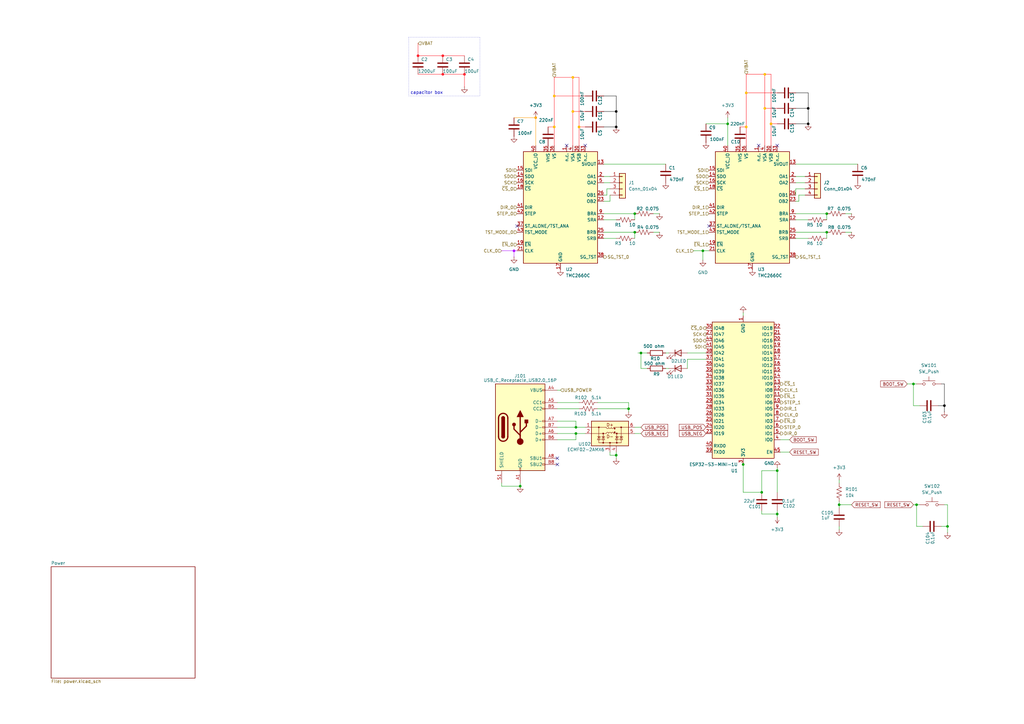
<source format=kicad_sch>
(kicad_sch (version 20231120) (generator "eeschema") (generator_version "8.0")
  (paper "A3")
  (lib_symbols
    (symbol "Connector:USB_C_Receptacle_USB2.0_16P" (pin_names (offset 1.016))
      (property "Reference" "J" (at 0 22.225 0))
      (property "Value" "USB_C_Receptacle_USB2.0_16P" (at 0 19.685 0))
      (symbol "USB_C_Receptacle_USB2.0_16P_1_1"
        (pin passive line (at 0 -22.86 90) (length 5.08) (name "GND") (number "A1"))
        (pin passive line (at 0 -22.86 90) (length 5.08) hide (name "GND") (number "A12"))
        (pin passive line (at 15.24 15.24 180) (length 5.08) (name "VBUS") (number "A4"))
        (pin bidirectional line (at 15.24 10.16 180) (length 5.08) (name "CC1") (number "A5"))
        (pin bidirectional line (at 15.24 -2.54 180) (length 5.08) (name "D+") (number "A6"))
        (pin bidirectional line (at 15.24 2.54 180) (length 5.08) (name "D-") (number "A7"))
        (pin bidirectional line (at 15.24 -12.7 180) (length 5.08) (name "SBU1") (number "A8"))
        (pin passive line (at 15.24 15.24 180) (length 5.08) hide (name "VBUS") (number "A9"))
        (pin passive line (at 0 -22.86 90) (length 5.08) hide (name "GND") (number "B1"))
        (pin passive line (at 0 -22.86 90) (length 5.08) hide (name "GND") (number "B12"))
        (pin passive line (at 15.24 15.24 180) (length 5.08) hide (name "VBUS") (number "B4"))
        (pin bidirectional line (at 15.24 7.62 180) (length 5.08) (name "CC2") (number "B5"))
        (pin bidirectional line (at 15.24 -5.08 180) (length 5.08) (name "D+") (number "B6"))
        (pin bidirectional line (at 15.24 0 180) (length 5.08) (name "D-") (number "B7"))
        (pin bidirectional line (at 15.24 -15.24 180) (length 5.08) (name "SBU2") (number "B8"))
        (pin passive line (at 15.24 15.24 180) (length 5.08) hide (name "VBUS") (number "B9"))
        (pin passive line (at -7.62 -22.86 90) (length 5.08) (name "SHIELD") (number "S1"))
      )
    )
    (symbol "Connector_Generic:Conn_01x04" (pin_names (offset 1.016) hide)
      (property "Reference" "J" (at 0 5.08 0))
      (property "Value" "Conn_01x04" (at 0 -7.62 0))
      (symbol "Conn_01x04_1_1"
        (pin passive line (at -5.08 2.54 0) (length 3.81) (name "Pin_1") (number "1"))
        (pin passive line (at -5.08 0 0) (length 3.81) (name "Pin_2") (number "2"))
        (pin passive line (at -5.08 -2.54 0) (length 3.81) (name "Pin_3") (number "3"))
        (pin passive line (at -5.08 -5.08 0) (length 3.81) (name "Pin_4") (number "4"))
      )
    )
    (symbol "Device:C" (pin_numbers hide) (pin_names (offset 0.254))
      (property "Reference" "C" (at 0.635 2.54 0))
      (property "Value" "C" (at 0.635 -2.54 0))
      (symbol "C_1_1"
        (pin passive line (at 0 3.81 270) (length 2.794) (name "~") (number "1"))
        (pin passive line (at 0 -3.81 90) (length 2.794) (name "~") (number "2"))
      )
    )
    (symbol "Device:LED" (pin_numbers hide) (pin_names (offset 1.016) hide)
      (property "Reference" "D" (at 0 2.54 0))
      (property "Value" "LED" (at 0 -2.54 0))
      (symbol "LED_1_1"
        (pin passive line (at -3.81 0 0) (length 2.54) (name "K") (number "1"))
        (pin passive line (at 3.81 0 180) (length 2.54) (name "A") (number "2"))
      )
    )
    (symbol "Device:R" (pin_numbers hide) (pin_names (offset 0))
      (property "Reference" "R" (at 2.032 0 90))
      (property "Value" "R" (at 0 0 90))
      (symbol "R_1_1"
        (pin passive line (at 0 3.81 270) (length 1.27) (name "~") (number "1"))
        (pin passive line (at 0 -3.81 90) (length 1.27) (name "~") (number "2"))
      )
    )
    (symbol "Device:R_US" (pin_numbers hide) (pin_names (offset 0))
      (property "Reference" "R" (at 2.54 0 90))
      (property "Value" "R_US" (at -2.54 0 90))
      (symbol "R_US_1_1"
        (pin passive line (at 0 3.81 270) (length 1.27) (name "~") (number "1"))
        (pin passive line (at 0 -3.81 90) (length 1.27) (name "~") (number "2"))
      )
    )
    (symbol "Driver_Motor:TMC2660"
      (property "Reference" "U" (at 15.24 27.94 0))
      (property "Value" "TMC2660" (at 22.86 25.4 0))
      (symbol "TMC2660_1_1"
        (pin free line (at 2.54 25.4 270) (length 2.54) (name "n.c.") (number "1"))
        (pin passive line (at 17.78 10.16 180) (length 2.54) hide (name "OA2") (number "10"))
        (pin passive line (at 17.78 10.16 180) (length 2.54) hide (name "OA2") (number "11"))
        (pin input line (at 17.78 -5.08 180) (length 2.54) (name "SRA") (number "12"))
        (pin power_out line (at 17.78 17.78 180) (length 2.54) (name "5VOUT") (number "13"))
        (pin passive line (at -17.78 12.7 0) (length 2.54) (name "SDO") (number "14"))
        (pin input line (at -17.78 15.24 0) (length 2.54) (name "SDI") (number "15"))
        (pin input line (at -17.78 10.16 0) (length 2.54) (name "SCK") (number "16"))
        (pin power_in line (at 0 -25.4 90) (length 2.54) (name "GND") (number "17"))
        (pin input line (at -17.78 7.62 0) (length 2.54) (name "~{CS}") (number "18"))
        (pin input line (at -17.78 -15.24 0) (length 2.54) (name "~{EN}") (number "19"))
        (pin power_out line (at 17.78 12.7 180) (length 2.54) (name "OA1") (number "2"))
        (pin no_connect line (at 2.54 -22.86 90) (length 2.54) hide (name "n.c.") (number "20"))
        (pin input line (at -17.78 -17.78 0) (length 2.54) (name "CLK") (number "21"))
        (pin input line (at 17.78 -12.7 180) (length 2.54) (name "SRB") (number "22"))
        (pin power_out line (at 17.78 2.54 180) (length 2.54) (name "OB2") (number "23"))
        (pin passive line (at 17.78 2.54 180) (length 2.54) hide (name "OB2") (number "24"))
        (pin input line (at 17.78 -10.16 180) (length 2.54) (name "BRB") (number "25"))
        (pin power_out line (at 17.78 5.08 180) (length 2.54) (name "OB1") (number "26"))
        (pin passive line (at 17.78 5.08 180) (length 2.54) hide (name "OB1") (number "27"))
        (pin passive line (at 17.78 2.54 180) (length 2.54) hide (name "OB2") (number "28"))
        (pin passive line (at 17.78 2.54 180) (length 2.54) hide (name "OB2") (number "29"))
        (pin passive line (at 17.78 12.7 180) (length 2.54) hide (name "OA1") (number "3"))
        (pin power_in line (at 7.62 25.4 270) (length 2.54) (name "VSB") (number "30"))
        (pin passive line (at 17.78 5.08 180) (length 2.54) hide (name "OB1") (number "31"))
        (pin passive line (at 17.78 5.08 180) (length 2.54) hide (name "OB1") (number "32"))
        (pin free line (at 10.16 25.4 270) (length 2.54) (name "n.c.") (number "33"))
        (pin no_connect line (at 5.08 -22.86 90) (length 2.54) hide (name "n.c.") (number "34"))
        (pin power_in line (at -5.08 25.4 270) (length 2.54) (name "VHS") (number "35"))
        (pin power_in line (at -2.54 25.4 270) (length 2.54) (name "VS") (number "36"))
        (pin input line (at -17.78 -7.62 0) (length 2.54) (name "ST_ALONE/TST_ANA") (number "37"))
        (pin output line (at 17.78 -20.32 180) (length 2.54) (name "SG_TST") (number "38"))
        (pin passive line (at 0 -25.4 90) (length 2.54) hide (name "GND") (number "39"))
        (pin power_in line (at 5.08 25.4 270) (length 2.54) (name "VSA") (number "4"))
        (pin power_in line (at -10.16 25.4 270) (length 2.54) (name "VCC_IO") (number "40"))
        (pin input line (at -17.78 0 0) (length 2.54) (name "DIR") (number "41"))
        (pin input line (at -17.78 -2.54 0) (length 2.54) (name "STEP") (number "42"))
        (pin input line (at -17.78 -10.16 0) (length 2.54) (name "TST_MODE") (number "43"))
        (pin passive line (at 0 -25.4 90) (length 2.54) hide (name "GND") (number "44"))
        (pin power_out line (at 17.78 10.16 180) (length 2.54) (name "OA2") (number "5"))
        (pin passive line (at 17.78 10.16 180) (length 2.54) hide (name "OA2") (number "6"))
        (pin passive line (at 17.78 12.7 180) (length 2.54) hide (name "OA1") (number "7"))
        (pin passive line (at 17.78 12.7 180) (length 2.54) hide (name "OA1") (number "8"))
        (pin input line (at 17.78 -2.54 180) (length 2.54) (name "BRA") (number "9"))
      )
    )
    (symbol "Power_Protection:ECMF02-2AMX6" (pin_names (offset 0.0254) hide)
      (property "Reference" "U" (at 0 10.16 0))
      (property "Value" "ECMF02-2AMX6" (at 0 7.62 0))
      (symbol "ECMF02-2AMX6_0_1"
        (text "D+" (at 0 3.556 0) (effects (font (size 1.27 1.27))))
        (text "D-" (at 0 -1.27 0) (effects (font (size 1.27 1.27))))
      )
      (symbol "ECMF02-2AMX6_1_1"
        (pin passive line (at -10.16 2.54 0) (length 2.54) (name "D+_in") (number "1"))
        (pin passive line (at -10.16 0 0) (length 2.54) (name "D-_in") (number "2"))
        (pin power_in line (at 0 -7.62 90) (length 2.54) (name "GND") (number "3"))
        (pin free line (at 2.54 -7.62 90) (length 2.54) (name "NC") (number "4"))
        (pin passive line (at 10.16 0 180) (length 2.54) (name "D-_out") (number "5"))
        (pin passive line (at 10.16 2.54 180) (length 2.54) (name "D+_out") (number "6"))
      )
    )
    (symbol "RF_Module:ESP32-S3-MINI-1U"
      (property "Reference" "U" (at -11.43 29.21 0))
      (property "Value" "ESP32-S3-MINI-1U" (at 12.7 29.21 0))
      (symbol "ESP32-S3-MINI-1U_1_1"
        (pin power_in line (at 0 -30.48 90) (length 2.54) (name "GND") (number "1"))
        (pin bidirectional line (at -15.24 5.08 0) (length 2.54) (name "IO6") (number "10"))
        (pin bidirectional line (at -15.24 2.54 0) (length 2.54) (name "IO7") (number "11"))
        (pin bidirectional line (at -15.24 0 0) (length 2.54) (name "IO8") (number "12"))
        (pin bidirectional line (at -15.24 -2.54 0) (length 2.54) (name "IO9") (number "13"))
        (pin bidirectional line (at -15.24 -5.08 0) (length 2.54) (name "IO10") (number "14"))
        (pin bidirectional line (at -15.24 -7.62 0) (length 2.54) (name "IO11") (number "15"))
        (pin bidirectional line (at -15.24 -10.16 0) (length 2.54) (name "IO12") (number "16"))
        (pin bidirectional line (at -15.24 -12.7 0) (length 2.54) (name "IO13") (number "17"))
        (pin bidirectional line (at -15.24 -15.24 0) (length 2.54) (name "IO14") (number "18"))
        (pin bidirectional line (at -15.24 -17.78 0) (length 2.54) (name "IO15") (number "19"))
        (pin passive line (at 0 -30.48 90) (length 2.54) hide (name "GND") (number "2"))
        (pin bidirectional line (at -15.24 -20.32 0) (length 2.54) (name "IO16") (number "20"))
        (pin bidirectional line (at -15.24 -22.86 0) (length 2.54) (name "IO17") (number "21"))
        (pin bidirectional line (at -15.24 -25.4 0) (length 2.54) (name "IO18") (number "22"))
        (pin bidirectional line (at 15.24 17.78 180) (length 2.54) (name "IO19") (number "23"))
        (pin bidirectional line (at 15.24 15.24 180) (length 2.54) (name "IO20") (number "24"))
        (pin bidirectional line (at 15.24 12.7 180) (length 2.54) (name "IO21") (number "25"))
        (pin bidirectional line (at 15.24 10.16 180) (length 2.54) (name "IO26") (number "26"))
        (pin bidirectional line (at 15.24 -22.86 180) (length 2.54) (name "IO47") (number "27"))
        (pin bidirectional line (at 15.24 7.62 180) (length 2.54) (name "IO33") (number "28"))
        (pin bidirectional line (at 15.24 5.08 180) (length 2.54) (name "IO34") (number "29"))
        (pin power_in line (at 0 30.48 270) (length 2.54) (name "3V3") (number "3"))
        (pin bidirectional line (at 15.24 -25.4 180) (length 2.54) (name "IO48") (number "30"))
        (pin bidirectional line (at 15.24 2.54 180) (length 2.54) (name "IO35") (number "31"))
        (pin bidirectional line (at 15.24 0 180) (length 2.54) (name "IO36") (number "32"))
        (pin bidirectional line (at 15.24 -2.54 180) (length 2.54) (name "IO37") (number "33"))
        (pin bidirectional line (at 15.24 -5.08 180) (length 2.54) (name "IO38") (number "34"))
        (pin bidirectional line (at 15.24 -7.62 180) (length 2.54) (name "IO39") (number "35"))
        (pin bidirectional line (at 15.24 -10.16 180) (length 2.54) (name "IO40") (number "36"))
        (pin bidirectional line (at 15.24 -12.7 180) (length 2.54) (name "IO41") (number "37"))
        (pin bidirectional line (at 15.24 -15.24 180) (length 2.54) (name "IO42") (number "38"))
        (pin bidirectional line (at 15.24 25.4 180) (length 2.54) (name "TXD0") (number "39"))
        (pin bidirectional line (at -15.24 20.32 0) (length 2.54) (name "IO0") (number "4"))
        (pin bidirectional line (at 15.24 22.86 180) (length 2.54) (name "RXD0") (number "40"))
        (pin bidirectional line (at 15.24 -17.78 180) (length 2.54) (name "IO45") (number "41"))
        (pin passive line (at 0 -30.48 90) (length 2.54) hide (name "GND") (number "42"))
        (pin passive line (at 0 -30.48 90) (length 2.54) hide (name "GND") (number "43"))
        (pin bidirectional line (at 15.24 -20.32 180) (length 2.54) (name "IO46") (number "44"))
        (pin input line (at -15.24 25.4 0) (length 2.54) (name "EN") (number "45"))
        (pin passive line (at 0 -30.48 90) (length 2.54) hide (name "GND") (number "46"))
        (pin passive line (at 0 -30.48 90) (length 2.54) hide (name "GND") (number "47"))
        (pin passive line (at 0 -30.48 90) (length 2.54) hide (name "GND") (number "48"))
        (pin passive line (at 0 -30.48 90) (length 2.54) hide (name "GND") (number "49"))
        (pin bidirectional line (at -15.24 17.78 0) (length 2.54) (name "IO1") (number "5"))
        (pin passive line (at 0 -30.48 90) (length 2.54) hide (name "GND") (number "50"))
        (pin passive line (at 0 -30.48 90) (length 2.54) hide (name "GND") (number "51"))
        (pin passive line (at 0 -30.48 90) (length 2.54) hide (name "GND") (number "52"))
        (pin passive line (at 0 -30.48 90) (length 2.54) hide (name "GND") (number "53"))
        (pin passive line (at 0 -30.48 90) (length 2.54) hide (name "GND") (number "54"))
        (pin passive line (at 0 -30.48 90) (length 2.54) hide (name "GND") (number "55"))
        (pin passive line (at 0 -30.48 90) (length 2.54) hide (name "GND") (number "56"))
        (pin passive line (at 0 -30.48 90) (length 2.54) hide (name "GND") (number "57"))
        (pin passive line (at 0 -30.48 90) (length 2.54) hide (name "GND") (number "58"))
        (pin passive line (at 0 -30.48 90) (length 2.54) hide (name "GND") (number "59"))
        (pin bidirectional line (at -15.24 15.24 0) (length 2.54) (name "IO2") (number "6"))
        (pin passive line (at 0 -30.48 90) (length 2.54) hide (name "GND") (number "60"))
        (pin passive line (at 0 -30.48 90) (length 2.54) hide (name "GND") (number "61"))
        (pin passive line (at 0 -30.48 90) (length 2.54) hide (name "GND") (number "62"))
        (pin passive line (at 0 -30.48 90) (length 2.54) hide (name "GND") (number "63"))
        (pin passive line (at 0 -30.48 90) (length 2.54) hide (name "GND") (number "64"))
        (pin passive line (at 0 -30.48 90) (length 2.54) hide (name "GND") (number "65"))
        (pin bidirectional line (at -15.24 12.7 0) (length 2.54) (name "IO3") (number "7"))
        (pin bidirectional line (at -15.24 10.16 0) (length 2.54) (name "IO4") (number "8"))
        (pin bidirectional line (at -15.24 7.62 0) (length 2.54) (name "IO5") (number "9"))
      )
    )
    (symbol "Switch:SW_Push" (pin_numbers hide) (pin_names (offset 1.016) hide)
      (property "Reference" "SW" (at 1.27 2.54 0))
      (property "Value" "SW_Push" (at 0 -1.524 0))
      (symbol "SW_Push_0_1"
        (pin passive line (at -5.08 0 0) (length 2.54) (name "1") (number "1"))
        (pin passive line (at 5.08 0 180) (length 2.54) (name "2") (number "2"))
      )
    )
    (symbol "power:+3V3" (power) (pin_numbers hide) (pin_names (offset 0) hide)
      (property "Value" "+3V3" (at 0 3.556 0))
      (symbol "+3V3_1_1"
        (pin power_in line (at 0 0 90) (length 0) (name "~") (number "1"))
      )
    )
    (symbol "power:GND" (power) (pin_numbers hide) (pin_names (offset 0) hide)
      (property "Value" "GND" (at 0 -3.81 0))
      (symbol "GND_1_1"
        (pin power_in line (at 0 0 270) (length 0) (name "~") (number "1"))
      )
    )
  )
  (junction (at 344.17 207.01))
  (junction (at 331.47 50.8) (color 0 0 0 1))
  (junction (at 374.65 157.48))
  (junction (at 181.61 30.48) (color 255 19 30 1))
  (junction (at 213.36 199.39))
  (junction (at 234.95 31.75) (color 255 181 0 1))
  (junction (at 227.33 52.07) (color 255 181 0 1))
  (junction (at 331.47 44.45) (color 0 0 0 1))
  (junction (at 219.71 48.26) (color 255 154 0 1))
  (junction (at 304.8 190.5))
  (junction (at 312.42 201.93))
  (junction (at 227.33 39.37) (color 255 181 0 1))
  (junction (at 190.5 30.48) (color 255 19 30 1))
  (junction (at 313.69 30.48) (color 255 181 0 1))
  (junction (at 171.45 22.86) (color 255 19 30 1))
  (junction (at 375.92 207.01))
  (junction (at 339.09 95.25))
  (junction (at 306.07 52.07) (color 255 181 0 1))
  (junction (at 318.77 193.04))
  (junction (at 236.22 175.26))
  (junction (at 260.35 87.63))
  (junction (at 298.45 50.8))
  (junction (at 252.73 186.69))
  (junction (at 318.77 210.82))
  (junction (at 262.89 144.78))
  (junction (at 257.81 167.64))
  (junction (at 339.09 87.63))
  (junction (at 237.49 52.07) (color 255 181 0 1))
  (junction (at 288.29 102.87))
  (junction (at 260.35 95.25))
  (junction (at 316.23 50.8) (color 255 181 0 1))
  (junction (at 313.69 44.45) (color 255 181 0 1))
  (junction (at 234.95 45.72) (color 255 181 0 1))
  (junction (at 306.07 38.1) (color 255 181 0 1))
  (junction (at 388.62 215.9))
  (junction (at 252.73 52.07) (color 0 0 0 1))
  (junction (at 387.35 166.37) (color 0 0 0 1))
  (junction (at 181.61 22.86) (color 255 19 30 1))
  (junction (at 252.73 45.72) (color 0 0 0 1))
  (junction (at 210.82 102.87) (color 168 7 255 1))
  (junction (at 236.22 177.8))
  (no_connect (at 212.09 92.71))
  (no_connect (at 228.6 187.96))
  (no_connect (at 311.15 59.69))
  (no_connect (at 318.77 59.69))
  (no_connect (at 240.03 59.69))
  (no_connect (at 290.83 92.71))
  (no_connect (at 232.41 59.69))
  (no_connect (at 228.6 190.5))
  (wire (pts (xy 388.62 207.01) (xy 388.62 215.9)))
  (wire (pts (xy 237.49 31.75) (xy 237.49 52.07)) (stroke (width 0) (color 255 19 30 1)))
  (wire (pts (xy 331.47 44.45) (xy 326.39 44.45)) (stroke (width 0) (color 0 0 0 1)))
  (wire (pts (xy 323.85 185.42) (xy 320.04 185.42)))
  (wire (pts (xy 252.73 39.37) (xy 252.73 45.72)) (stroke (width 0) (color 0 0 0 1)))
  (wire (pts (xy 250.19 186.69) (xy 252.73 186.69)))
  (wire (pts (xy 240.03 52.07) (xy 237.49 52.07)) (stroke (width 0) (color 255 19 30 1)))
  (wire (pts (xy 339.09 87.63) (xy 339.09 90.17)))
  (wire (pts (xy 247.65 97.79) (xy 252.73 97.79)))
  (wire (pts (xy 326.39 82.55) (xy 327.66 82.55)))
  (wire (pts (xy 210.82 102.87) (xy 210.82 105.41)) (stroke (width 0) (color 168 7 255 1)))
  (wire (pts (xy 171.45 30.48) (xy 181.61 30.48)) (stroke (width 0) (color 255 19 30 1)))
  (wire (pts (xy 213.36 198.12) (xy 213.36 199.39)))
  (wire (pts (xy 327.66 80.01) (xy 330.2 80.01)))
  (wire (pts (xy 228.6 172.72) (xy 236.22 172.72)))
  (wire (pts (xy 265.43 151.13) (xy 262.89 151.13)))
  (wire (pts (xy 323.85 180.34) (xy 320.04 180.34)))
  (wire (pts (xy 247.65 74.93) (xy 250.19 74.93)))
  (wire (pts (xy 247.65 80.01) (xy 248.92 80.01)))
  (wire (pts (xy 326.39 90.17) (xy 331.47 90.17)))
  (wire (pts (xy 227.33 31.75) (xy 234.95 31.75)) (stroke (width 0) (color 255 19 30 1)))
  (wire (pts (xy 372.11 157.48) (xy 374.65 157.48)))
  (wire (pts (xy 377.19 207.01) (xy 375.92 207.01)))
  (wire (pts (xy 318.77 210.82) (xy 318.77 209.55)))
  (wire (pts (xy 304.8 190.5) (xy 304.8 201.93)))
  (wire (pts (xy 331.47 38.1) (xy 331.47 44.45)) (stroke (width 0) (color 0 0 0 1)))
  (wire (pts (xy 262.89 144.78) (xy 261.62 144.78)))
  (wire (pts (xy 344.17 205.74) (xy 344.17 207.01)))
  (wire (pts (xy 252.73 45.72) (xy 247.65 45.72)) (stroke (width 0) (color 0 0 0 1)))
  (wire (pts (xy 181.61 22.86) (xy 190.5 22.86)) (stroke (width 0) (color 255 19 30 1)))
  (wire (pts (xy 228.6 165.1) (xy 237.49 165.1)))
  (wire (pts (xy 326.39 87.63) (xy 339.09 87.63)))
  (wire (pts (xy 205.74 102.87) (xy 210.82 102.87)) (stroke (width 0) (color 168 7 255 1)))
  (wire (pts (xy 289.56 144.78) (xy 281.94 144.78)))
  (wire (pts (xy 327.66 82.55) (xy 327.66 80.01)))
  (wire (pts (xy 260.35 95.25) (xy 260.35 97.79)))
  (wire (pts (xy 228.6 177.8) (xy 236.22 177.8)))
  (wire (pts (xy 219.71 48.26) (xy 219.71 59.69)) (stroke (width 0) (color 255 154 0 1)))
  (wire (pts (xy 237.49 52.07) (xy 237.49 59.69)) (stroke (width 0) (color 255 19 30 1)))
  (wire (pts (xy 318.77 193.04) (xy 318.77 201.93)))
  (wire (pts (xy 318.77 193.04) (xy 312.42 193.04)))
  (wire (pts (xy 260.35 177.8) (xy 262.89 177.8)))
  (wire (pts (xy 346.71 87.63) (xy 349.25 87.63)))
  (wire (pts (xy 236.22 180.34) (xy 236.22 177.8)))
  (wire (pts (xy 306.07 38.1) (xy 306.07 52.07)) (stroke (width 0) (color 255 0 11 1)))
  (wire (pts (xy 306.07 30.48) (xy 306.07 38.1)) (stroke (width 0) (color 255 0 11 1)))
  (wire (pts (xy 248.92 80.01) (xy 248.92 77.47)))
  (wire (pts (xy 236.22 172.72) (xy 236.22 175.26)))
  (wire (pts (xy 298.45 48.26) (xy 298.45 50.8)))
  (wire (pts (xy 313.69 30.48) (xy 313.69 44.45)) (stroke (width 0) (color 255 0 11 1)))
  (wire (pts (xy 288.29 102.87) (xy 290.83 102.87)))
  (wire (pts (xy 303.53 52.07) (xy 306.07 52.07)) (stroke (width 0) (color 255 0 11 1)))
  (wire (pts (xy 326.39 77.47) (xy 330.2 77.47)))
  (wire (pts (xy 247.65 95.25) (xy 260.35 95.25)))
  (wire (pts (xy 248.92 77.47) (xy 250.19 77.47)))
  (wire (pts (xy 313.69 44.45) (xy 313.69 59.69)) (stroke (width 0) (color 255 0 11 1)))
  (wire (pts (xy 247.65 52.07) (xy 252.73 52.07)) (stroke (width 0) (color 0 0 0 1)))
  (wire (pts (xy 318.77 193.04) (xy 318.77 191.77)))
  (wire (pts (xy 281.94 151.13) (xy 281.94 147.32)))
  (wire (pts (xy 247.65 72.39) (xy 250.19 72.39)))
  (wire (pts (xy 326.39 80.01) (xy 326.39 77.47)))
  (wire (pts (xy 257.81 167.64) (xy 257.81 168.91)))
  (wire (pts (xy 227.33 39.37) (xy 227.33 52.07)) (stroke (width 0) (color 255 19 30 1)))
  (wire (pts (xy 227.33 52.07) (xy 227.33 59.69)) (stroke (width 0) (color 255 19 30 1)))
  (wire (pts (xy 240.03 39.37) (xy 227.33 39.37)) (stroke (width 0) (color 255 19 30 1)))
  (wire (pts (xy 312.42 193.04) (xy 312.42 201.93)))
  (wire (pts (xy 318.77 44.45) (xy 313.69 44.45)) (stroke (width 0) (color 255 0 24 1)))
  (wire (pts (xy 257.81 167.64) (xy 245.11 167.64)))
  (wire (pts (xy 247.65 82.55) (xy 250.19 82.55)))
  (wire (pts (xy 210.82 48.26) (xy 219.71 48.26)) (stroke (width 0) (color 255 154 0 1)))
  (wire (pts (xy 247.65 39.37) (xy 252.73 39.37)) (stroke (width 0) (color 0 0 0 1)))
  (wire (pts (xy 312.42 209.55) (xy 312.42 210.82)))
  (wire (pts (xy 306.07 52.07) (xy 306.07 59.69)) (stroke (width 0) (color 255 0 11 1)))
  (wire (pts (xy 252.73 185.42) (xy 252.73 186.69)))
  (wire (pts (xy 388.62 215.9) (xy 388.62 218.44)))
  (wire (pts (xy 205.74 198.12) (xy 205.74 199.39)))
  (wire (pts (xy 236.22 177.8) (xy 240.03 177.8)))
  (wire (pts (xy 326.39 50.8) (xy 331.47 50.8)) (stroke (width 0) (color 0 0 0 1)))
  (wire (pts (xy 318.77 50.8) (xy 316.23 50.8)) (stroke (width 0) (color 255 0 11 1)))
  (wire (pts (xy 224.79 52.07) (xy 227.33 52.07)) (stroke (width 0) (color 255 19 30 1)))
  (wire (pts (xy 326.39 74.93) (xy 330.2 74.93)))
  (wire (pts (xy 247.65 67.31) (xy 273.05 67.31)))
  (wire (pts (xy 245.11 165.1) (xy 257.81 165.1)))
  (wire (pts (xy 374.65 166.37) (xy 377.19 166.37)))
  (wire (pts (xy 228.6 160.02) (xy 229.87 160.02)))
  (wire (pts (xy 344.17 215.9) (xy 344.17 217.17)))
  (wire (pts (xy 326.39 67.31) (xy 351.79 67.31)))
  (wire (pts (xy 326.39 95.25) (xy 339.09 95.25)))
  (wire (pts (xy 339.09 95.25) (xy 339.09 97.79)))
  (wire (pts (xy 288.29 102.87) (xy 288.29 106.68)))
  (wire (pts (xy 306.07 30.48) (xy 313.69 30.48)) (stroke (width 0) (color 255 0 11 1)))
  (wire (pts (xy 228.6 180.34) (xy 236.22 180.34)))
  (wire (pts (xy 316.23 30.48) (xy 316.23 50.8)) (stroke (width 0) (color 255 0 11 1)))
  (wire (pts (xy 247.65 87.63) (xy 260.35 87.63)))
  (wire (pts (xy 265.43 144.78) (xy 262.89 144.78)))
  (wire (pts (xy 304.8 129.54) (xy 304.8 128.27)))
  (wire (pts (xy 375.92 207.01) (xy 375.92 215.9)))
  (wire (pts (xy 318.77 38.1) (xy 306.07 38.1)) (stroke (width 0) (color 255 0 11 1)))
  (wire (pts (xy 260.35 175.26) (xy 262.89 175.26)))
  (wire (pts (xy 331.47 50.8) (xy 331.47 44.45)) (stroke (width 0) (color 0 0 0 1)))
  (wire (pts (xy 374.65 207.01) (xy 375.92 207.01)))
  (wire (pts (xy 384.81 166.37) (xy 387.35 166.37)) (stroke (width 0) (color 0 0 0 1)))
  (wire (pts (xy 344.17 207.01) (xy 344.17 208.28)))
  (wire (pts (xy 247.65 90.17) (xy 252.73 90.17)))
  (wire (pts (xy 281.94 147.32) (xy 289.56 147.32)))
  (wire (pts (xy 262.89 151.13) (xy 262.89 144.78)))
  (wire (pts (xy 190.5 30.48) (xy 190.5 35.56)) (stroke (width 0) (color 255 19 30 1)))
  (wire (pts (xy 234.95 45.72) (xy 234.95 59.69)) (stroke (width 0) (color 255 19 30 1)))
  (wire (pts (xy 346.71 95.25) (xy 349.25 95.25)))
  (wire (pts (xy 236.22 175.26) (xy 240.03 175.26)))
  (wire (pts (xy 181.61 30.48) (xy 190.5 30.48)) (stroke (width 0) (color 255 19 30 1)))
  (wire (pts (xy 304.8 189.23) (xy 304.8 190.5)))
  (wire (pts (xy 234.95 31.75) (xy 234.95 45.72)) (stroke (width 0) (color 255 19 30 1)))
  (wire (pts (xy 284.48 102.87) (xy 288.29 102.87)))
  (wire (pts (xy 257.81 165.1) (xy 257.81 167.64)))
  (wire (pts (xy 375.92 215.9) (xy 378.46 215.9)))
  (wire (pts (xy 252.73 52.07) (xy 252.73 45.72)) (stroke (width 0) (color 0 0 0 1)))
  (wire (pts (xy 250.19 82.55) (xy 250.19 80.01)))
  (wire (pts (xy 171.45 17.78) (xy 171.45 22.86)) (stroke (width 0) (color 255 19 30 1)))
  (wire (pts (xy 267.97 87.63) (xy 270.51 87.63)))
  (wire (pts (xy 274.32 144.78) (xy 273.05 144.78)))
  (wire (pts (xy 386.08 157.48) (xy 387.35 157.48)) (stroke (width 0) (color 0 0 0 1)))
  (wire (pts (xy 326.39 72.39) (xy 330.2 72.39)))
  (wire (pts (xy 318.77 210.82) (xy 312.42 210.82)))
  (wire (pts (xy 316.23 50.8) (xy 316.23 59.69)) (stroke (width 0) (color 255 0 11 1)))
  (wire (pts (xy 228.6 167.64) (xy 237.49 167.64)))
  (wire (pts (xy 313.69 30.48) (xy 316.23 30.48)) (stroke (width 0) (color 255 0 11 1)))
  (wire (pts (xy 205.74 199.39) (xy 213.36 199.39)))
  (wire (pts (xy 274.32 151.13) (xy 273.05 151.13)))
  (wire (pts (xy 227.33 31.75) (xy 227.33 39.37)) (stroke (width 0) (color 255 19 30 1)))
  (wire (pts (xy 298.45 50.8) (xy 298.45 59.69)))
  (wire (pts (xy 267.97 95.25) (xy 270.51 95.25)))
  (wire (pts (xy 252.73 186.69) (xy 252.73 187.96)))
  (wire (pts (xy 171.45 22.86) (xy 181.61 22.86)) (stroke (width 0) (color 255 19 30 1)))
  (wire (pts (xy 326.39 38.1) (xy 331.47 38.1)) (stroke (width 0) (color 0 0 0 1)))
  (wire (pts (xy 260.35 87.63) (xy 260.35 90.17)))
  (wire (pts (xy 289.56 50.8) (xy 298.45 50.8)))
  (wire (pts (xy 250.19 185.42) (xy 250.19 186.69)))
  (wire (pts (xy 210.82 102.87) (xy 212.09 102.87)) (stroke (width 0) (color 168 7 255 1)))
  (wire (pts (xy 312.42 201.93) (xy 304.8 201.93)))
  (wire (pts (xy 375.92 157.48) (xy 374.65 157.48)))
  (wire (pts (xy 344.17 207.01) (xy 349.25 207.01)))
  (wire (pts (xy 386.08 215.9) (xy 388.62 215.9)))
  (wire (pts (xy 344.17 196.85) (xy 344.17 198.12)))
  (wire (pts (xy 240.03 45.72) (xy 234.95 45.72)) (stroke (width 0) (color 255 3 11 1)))
  (wire (pts (xy 387.35 207.01) (xy 388.62 207.01)))
  (wire (pts (xy 318.77 210.82) (xy 318.77 212.09)))
  (wire (pts (xy 387.35 157.48) (xy 387.35 166.37)) (stroke (width 0) (color 0 0 0 1)))
  (wire (pts (xy 326.39 97.79) (xy 331.47 97.79)))
  (wire (pts (xy 228.6 175.26) (xy 236.22 175.26)))
  (wire (pts (xy 374.65 157.48) (xy 374.65 166.37)))
  (wire (pts (xy 387.35 166.37) (xy 387.35 168.91)) (stroke (width 0) (color 0 0 0 1)))
  (wire (pts (xy 234.95 31.75) (xy 237.49 31.75)) (stroke (width 0) (color 255 19 30 1)))
  (rectangle (start 167.64 15.24) (end 196.85 39.37) (stroke (width 0) (type dot)))
  (text "capacitor box" (at 175.006 38.1 0) (effects (font (size 1.27 1.27))))
  (global_label "RESET_SW" (shape input) (at 349.25 207.01 0) (property "Intersheetrefs" "${INTERSHEET_REFS}" (effects (hide yes))))
  (global_label "BOOT_SW" (shape input) (at 323.85 180.34 0) (property "Intersheetrefs" "${INTERSHEET_REFS}" (effects (hide yes))))
  (global_label "USB_POS" (shape input) (at 289.56 175.26 180) (property "Intersheetrefs" "${INTERSHEET_REFS}" (effects (hide yes))))
  (global_label "BOOT_SW" (shape input) (at 372.11 157.48 180) (property "Intersheetrefs" "${INTERSHEET_REFS}" (effects (hide yes))))
  (global_label "RESET_SW" (shape input) (at 374.65 207.01 180) (property "Intersheetrefs" "${INTERSHEET_REFS}" (effects (hide yes))))
  (global_label "USB_NEG" (shape input) (at 262.89 177.8 0) (property "Intersheetrefs" "${INTERSHEET_REFS}" (effects (hide yes))))
  (global_label "USB_NEG" (shape input) (at 289.56 177.8 180) (property "Intersheetrefs" "${INTERSHEET_REFS}" (effects (hide yes))))
  (global_label "RESET_SW" (shape input) (at 323.85 185.42 0) (property "Intersheetrefs" "${INTERSHEET_REFS}" (effects (hide yes))))
  (global_label "USB_POS" (shape input) (at 262.89 175.26 0) (property "Intersheetrefs" "${INTERSHEET_REFS}" (effects (hide yes))))
  (hierarchical_label "CLK_1" (shape input) (at 284.48 102.87 180))
  (hierarchical_label "DIR_1" (shape output) (at 320.04 167.64 0))
  (hierarchical_label "CLK_0" (shape input) (at 205.74 102.87 180))
  (hierarchical_label "TST_MODE_0" (shape input) (at 212.09 95.25 180))
  (hierarchical_label "SCK" (shape input) (at 290.83 74.93 180))
  (hierarchical_label "SCK" (shape input) (at 212.09 74.93 180))
  (hierarchical_label "DIR_1" (shape input) (at 290.83 85.09 180))
  (hierarchical_label "SDO" (shape input) (at 290.83 72.39 180))
  (hierarchical_label "SDI" (shape output) (at 289.56 142.24 180))
  (hierarchical_label "SDI" (shape input) (at 290.83 69.85 180))
  (hierarchical_label "~{CS}_0" (shape input) (at 212.09 77.47 180))
  (hierarchical_label "SG_TST_1" (shape output) (at 326.39 105.41 0))
  (hierarchical_label "VBAT" (shape input) (at 306.07 30.48 90))
  (hierarchical_label "STEP_1" (shape input) (at 290.83 87.63 180))
  (hierarchical_label "~{EN}_0" (shape input) (at 212.09 100.33 180))
  (hierarchical_label "VBAT" (shape input) (at 171.45 17.78 0))
  (hierarchical_label "~{EN}_1" (shape input) (at 290.83 100.33 180))
  (hierarchical_label "STEP_1" (shape output) (at 320.04 165.1 0))
  (hierarchical_label "SCK" (shape output) (at 289.56 137.16 180))
  (hierarchical_label "STEP_0" (shape input) (at 212.09 87.63 180))
  (hierarchical_label "CLK_0" (shape output) (at 320.04 170.18 0))
  (hierarchical_label "STEP_0" (shape output) (at 320.04 175.26 0))
  (hierarchical_label "DIR_0" (shape input) (at 212.09 85.09 180))
  (hierarchical_label "~{CS}_1" (shape input) (at 290.83 77.47 180))
  (hierarchical_label "SDO" (shape output) (at 289.56 139.7 180))
  (hierarchical_label "USB_POWER" (shape input) (at 229.87 160.02 0))
  (hierarchical_label "SG_TST_0" (shape output) (at 247.65 105.41 0))
  (hierarchical_label "~{CS}_1" (shape output) (at 320.04 157.48 0))
  (hierarchical_label "~{CS}_0" (shape output) (at 289.56 134.62 180))
  (hierarchical_label "~{EN}_0" (shape output) (at 320.04 172.72 0))
  (hierarchical_label "TST_MODE_1" (shape input) (at 290.83 95.25 180))
  (hierarchical_label "SDO" (shape input) (at 212.09 72.39 180))
  (hierarchical_label "~{EN}_1" (shape output) (at 320.04 162.56 0))
  (hierarchical_label "VBAT" (shape input) (at 227.33 31.75 90))
  (hierarchical_label "DIR_0" (shape output) (at 320.04 177.8 0))
  (hierarchical_label "SDI" (shape input) (at 212.09 69.85 180))
  (hierarchical_label "CLK_1" (shape output) (at 320.04 160.02 0))
  (symbol (lib_id "power:GND") (at 351.79 74.93 0) (unit 1)
    (property "Reference" "#PWR03" (effects (hide yes)))
    (property "Value" "GND" (effects (hide yes)))
    (property "Description" "Power symbol creates a global label with name \"GND\" , ground" (effects (hide yes)))
  )
  (symbol (lib_id "power:+3V3") (at 219.71 48.26 0) (unit 1)
    (property "Reference" "#PWR06" (effects (hide yes)))
    (property "Value" "+3V3" (at 219.71 43.18 0))
    (property "Description" "Power symbol creates a global label with name \"+3V3\"" (effects (hide yes)))
  )
  (symbol (lib_id "Connector_Generic:Conn_01x04") (at 255.27 74.93 0) (unit 1)
    (property "Reference" "J1" (at 257.81 74.9299 0) (effects (justify left)))
    (property "Value" "Conn_01x04" (at 257.81 77.4699 0) (effects (justify left)))
    (property "Footprint" "Connector_Molex:Molex_Mini-Fit_Jr_5566-04A2_2x02_P4.20mm_Vertical" (effects (hide yes)))
    (property "Description" "Generic connector, single row, 01x04, script generated (kicad-library-utils/schlib/autogen/connector/)" (effects (hide yes)))
  )
  (symbol (lib_id "power:GND") (at 190.5 35.56 0) (unit 1)
    (property "Reference" "#PWR01" (effects (hide yes)))
    (property "Value" "GND" (effects (hide yes)))
    (property "Description" "Power symbol creates a global label with name \"GND\" , ground" (effects (hide yes)))
  )
  (symbol (lib_id "Driver_Motor:TMC2660") (at 229.87 85.09 0) (unit 1)
    (property "Reference" "U2" (at 232.0641 110.49 0) (effects (justify left)))
    (property "Value" "TMC2660C" (at 232.0641 113.03 0) (effects (justify left)))
    (property "Footprint" "Package_QFP:TQFP-44_10x10mm_P0.8mm" (effects (hide yes)))
    (property "Datasheet" "https://www.trinamic.com/fileadmin/assets/Products/ICs_Documents/TMC2660_datasheet_Rev1.07.pdf" (effects (hide yes)))
    (property "Description" "Standalone driver for two-phase bipolar stepper motor, 0-30V, 2.4A, TQFP-44" (effects (hide yes)))
  )
  (symbol (lib_id "Device:C") (at 322.58 50.8 90) (unit 1)
    (property "Reference" "C15" (at 324.866 54.61 0) (effects (justify left)))
    (property "Value" "10uF" (at 317.5 56.134 0) (effects (justify left)))
    (property "Footprint" "Capacitor_SMD:C_0805_2012Metric" (effects (hide yes)))
    (property "Description" "Unpolarized capacitor" (effects (hide yes)))
  )
  (symbol (lib_id "Device:C") (at 289.56 54.61 0) (unit 1)
    (property "Reference" "C9" (at 290.83 52.324 0) (effects (justify left)))
    (property "Value" "100nF" (at 291.084 57.15 0) (effects (justify left)))
    (property "Footprint" "Capacitor_SMD:C_0603_1608Metric" (effects (hide yes)))
    (property "Description" "Unpolarized capacitor" (effects (hide yes)))
  )
  (symbol (lib_id "Device:R_US") (at 344.17 201.93 0) (unit 1)
    (property "Reference" "R101" (at 346.71 200.6599 0) (effects (justify left)))
    (property "Value" "10k" (at 346.71 203.1999 0) (effects (justify left)))
    (property "Footprint" "Resistor_SMD:R_0603_1608Metric" (effects (hide yes)))
    (property "Description" "Resistor, US symbol" (effects (hide yes)))
  )
  (symbol (lib_id "Device:C") (at 382.27 215.9 90) (unit 1)
    (property "Reference" "C104" (at 380.492 223.266 0) (effects (justify left)))
    (property "Value" "0.1uF" (at 382.524 223.266 0) (effects (justify left)))
    (property "Footprint" "Capacitor_SMD:C_0603_1608Metric" (effects (hide yes)))
    (property "Description" "Unpolarized capacitor" (effects (hide yes)))
  )
  (symbol (lib_id "Device:C") (at 351.79 71.12 0) (unit 1)
    (property "Reference" "C6" (at 353.06 68.834 0) (effects (justify left)))
    (property "Value" "470nF" (at 353.314 73.66 0) (effects (justify left)))
    (property "Footprint" "Capacitor_SMD:C_0603_1608Metric" (effects (hide yes)))
    (property "Description" "Unpolarized capacitor" (effects (hide yes)))
  )
  (symbol (lib_id "power:GND") (at 349.25 87.63 0) (unit 1)
    (property "Reference" "#PWR014" (effects (hide yes)))
    (property "Value" "GND" (effects (hide yes)))
    (property "Description" "Power symbol creates a global label with name \"GND\" , ground" (effects (hide yes)))
  )
  (symbol (lib_id "Device:R_US") (at 342.9 95.25 90) (unit 1)
    (property "Reference" "R8" (at 340.868 93.218 90))
    (property "Value" "0.075" (at 346.202 93.218 90))
    (property "Footprint" "Resistor_SMD:R_1206_3216Metric" (effects (hide yes)))
    (property "Description" "Resistor, US symbol" (effects (hide yes)))
  )
  (symbol (lib_id "Power_Protection:ECMF02-2AMX6") (at 250.19 177.8 0) (unit 1)
    (property "Reference" "U102" (at 239.776 182.118 0))
    (property "Value" "ECMF02-2AMX6" (at 240.284 184.404 0))
    (property "Footprint" "Package_DFN_QFN:ST_UQFN-6L_1.5x1.7mm_P0.5mm" (effects (hide yes)))
    (property "Datasheet" "https://www.st.com/resource/en/datasheet/ecmf02-2amx6.pdf" (effects (hide yes)))
    (property "Description" "Single Pair Common Mode Filter with ESD Protection, UQFN-6L" (effects (hide yes)))
  )
  (symbol (lib_id "Device:C") (at 224.79 55.88 0) (unit 1)
    (property "Reference" "C8" (at 220.98 58.166 0) (effects (justify left)))
    (property "Value" "220nF" (at 220.98 49.276 0) (effects (justify left)))
    (property "Footprint" "Capacitor_SMD:C_0603_1608Metric" (effects (hide yes)))
    (property "Description" "Unpolarized capacitor" (effects (hide yes)))
  )
  (symbol (lib_id "power:GND") (at 252.73 52.07 0) (unit 1)
    (property "Reference" "#PWR16" (effects (hide yes)))
    (property "Value" "GND" (effects (hide yes)))
    (property "Description" "Power symbol creates a global label with name \"GND\" , ground" (effects (hide yes)))
  )
  (symbol (lib_id "Device:R_US") (at 335.28 97.79 90) (unit 1)
    (property "Reference" "R6" (at 332.232 99.822 90))
    (property "Value" "10" (at 336.042 99.822 90))
    (property "Footprint" "Resistor_SMD:R_0603_1608Metric" (effects (hide yes)))
    (property "Description" "Resistor, US symbol" (effects (hide yes)))
  )
  (symbol (lib_id "Connector_Generic:Conn_01x04") (at 335.28 74.93 0) (unit 1)
    (property "Reference" "J2" (at 337.82 74.9299 0) (effects (justify left)))
    (property "Value" "Conn_01x04" (at 337.82 77.4699 0) (effects (justify left)))
    (property "Footprint" "Connector_Molex:Molex_Mini-Fit_Jr_5566-04A2_2x02_P4.20mm_Vertical" (effects (hide yes)))
    (property "Description" "Generic connector, single row, 01x04, script generated (kicad-library-utils/schlib/autogen/connector/)" (effects (hide yes)))
  )
  (symbol (lib_id "Switch:SW_Push") (at 381 157.48 0) (unit 1)
    (property "Reference" "SW101" (at 381 149.86 0))
    (property "Value" "SW_Push" (at 381 152.4 0))
    (property "Footprint" "Connector_PinHeader_2.54mm:PinHeader_2x01_P2.54mm_Vertical" (effects (hide yes)))
    (property "Description" "Push button switch, generic, two pins" (effects (hide yes)))
  )
  (symbol (lib_id "Switch:SW_Push") (at 382.27 207.01 0) (unit 1)
    (property "Reference" "SW102" (at 382.27 199.39 0))
    (property "Value" "SW_Push" (at 382.27 201.93 0))
    (property "Footprint" "Button_TE:SW_1825910-6-4" (effects (hide yes)))
    (property "Description" "Push button switch, generic, two pins" (effects (hide yes)))
  )
  (symbol (lib_id "power:GND") (at 388.62 218.44 0) (unit 1)
    (property "Reference" "#PWR0105" (effects (hide yes)))
    (property "Value" "GND" (effects (hide yes)))
    (property "Description" "Power symbol creates a global label with name \"GND\" , ground" (effects (hide yes)))
  )
  (symbol (lib_id "RF_Module:ESP32-S3-MINI-1U") (at 304.8 160.02 180) (unit 1)
    (property "Reference" "U1" (at 302.6059 193.04 0) (effects (justify left)))
    (property "Value" "ESP32-S3-MINI-1U" (at 302.6059 190.5 0) (effects (justify left)))
    (property "Footprint" "RF_Module:ESP32-S2-MINI-1U" (effects (hide yes)))
    (property "Datasheet" "https://www.espressif.com/sites/default/files/documentation/esp32-s3-mini-1_mini-1u_datasheet_en.pdf" (effects (hide yes)))
    (property "Description" "RF Module, ESP32-S3 SoC, Wi-Fi 802.11b/g/n, Bluetooth, BLE, 32-bit, 3.3V, SMD, external antenna" (effects (hide yes)))
  )
  (symbol (lib_id "Device:C") (at 243.84 39.37 90) (unit 1)
    (property "Reference" "C12" (at 246.126 43.18 0) (effects (justify left)))
    (property "Value" "100nF" (at 238.76 43.434 0) (effects (justify left)))
    (property "Footprint" "Capacitor_SMD:C_0603_1608Metric" (effects (hide yes)))
    (property "Description" "Unpolarized capacitor" (effects (hide yes)))
  )
  (symbol (lib_id "Device:C") (at 312.42 205.74 180) (unit 1)
    (property "Reference" "C101" (at 312.166 207.772 0) (effects (justify left)))
    (property "Value" "22uF" (at 309.88 205.486 0) (effects (justify left)))
    (property "Footprint" "Capacitor_SMD:C_0603_1608Metric" (effects (hide yes)))
    (property "Description" "Unpolarized capacitor" (effects (hide yes)))
  )
  (symbol (lib_id "Connector:USB_C_Receptacle_USB2.0_16P") (at 213.36 175.26 0) (unit 1)
    (property "Reference" "J101" (at 213.36 154.178 0))
    (property "Value" "USB_C_Receptacle_USB2.0_16P" (at 213.36 155.956 0))
    (property "Footprint" "Connector_USB:USB_C_Receptacle_GCT_USB4105-xx-A_16P_TopMnt_Horizontal" (effects (hide yes)))
    (property "Datasheet" "https://www.usb.org/sites/default/files/documents/usb_type-c.zip" (effects (hide yes)))
    (property "Description" "USB 2.0-only 16P Type-C Receptacle connector" (effects (hide yes)))
  )
  (symbol (lib_id "Device:R_US") (at 256.54 97.79 90) (unit 1)
    (property "Reference" "R3" (at 253.492 99.822 90))
    (property "Value" "10" (at 259.334 99.822 90))
    (property "Footprint" "Resistor_SMD:R_0603_1608Metric" (effects (hide yes)))
    (property "Description" "Resistor, US symbol" (effects (hide yes)))
  )
  (symbol (lib_id "Device:C") (at 318.77 205.74 180) (unit 1)
    (property "Reference" "C102" (at 326.136 207.518 0) (effects (justify left)))
    (property "Value" "0.1uF" (at 326.136 205.486 0) (effects (justify left)))
    (property "Footprint" "Capacitor_SMD:C_0603_1608Metric" (effects (hide yes)))
    (property "Description" "Unpolarized capacitor" (effects (hide yes)))
  )
  (symbol (lib_id "Device:C") (at 181.61 26.67 0) (unit 1)
    (property "Reference" "C3" (at 182.88 24.384 0) (effects (justify left)))
    (property "Value" "100uF" (at 181.61 29.21 0) (effects (justify left)))
    (property "Footprint" "Capacitor_SMD:C_1206_3216Metric" (effects (hide yes)))
    (property "Description" "Extras" (effects (hide yes)))
  )
  (symbol (lib_id "power:GND") (at 331.47 50.8 0) (unit 1)
    (property "Reference" "#PWR18" (effects (hide yes)))
    (property "Value" "GND" (effects (hide yes)))
    (property "Description" "Power symbol creates a global label with name \"GND\" , ground" (effects (hide yes)))
  )
  (symbol (lib_id "Device:R_US") (at 264.16 87.63 90) (unit 1)
    (property "Reference" "R2" (at 262.382 85.598 90))
    (property "Value" "0.075" (at 267.462 85.598 90))
    (property "Footprint" "Resistor_SMD:R_1206_3216Metric" (effects (hide yes)))
    (property "Description" "Resistor, US symbol" (effects (hide yes)))
  )
  (symbol (lib_id "Device:R_US") (at 335.28 90.17 90) (unit 1)
    (property "Reference" "R5" (at 332.232 92.202 90))
    (property "Value" "10" (at 336.042 92.202 90))
    (property "Footprint" "Resistor_SMD:R_0603_1608Metric" (effects (hide yes)))
    (property "Description" "Resistor, US symbol" (effects (hide yes)))
  )
  (symbol (lib_id "power:GND") (at 210.82 55.88 0) (unit 1)
    (property "Reference" "#PWR08" (effects (hide yes)))
    (property "Value" "GND" (effects (hide yes)))
    (property "Description" "Power symbol creates a global label with name \"GND\" , ground" (effects (hide yes)))
  )
  (symbol (lib_id "Device:C") (at 171.45 26.67 0) (unit 1)
    (property "Reference" "C2" (at 172.72 24.384 0) (effects (justify left)))
    (property "Value" "1200uF" (at 171.45 29.21 0) (effects (justify left)))
    (property "Footprint" "Capacitor_THT:CP_Radial_D18.0mm_P7.50mm" (effects (hide yes)))
    (property "Description" "Mystery scrapped powersupply capacitor" (effects (hide yes)))
  )
  (symbol (lib_id "power:GND") (at 257.81 168.91 0) (unit 1)
    (property "Reference" "#PWR0110" (effects (hide yes)))
    (property "Value" "GND" (effects (hide yes)))
    (property "Description" "Power symbol creates a global label with name \"GND\" , ground" (effects (hide yes)))
  )
  (symbol (lib_id "power:GND") (at 349.25 95.25 0) (unit 1)
    (property "Reference" "#PWR015" (effects (hide yes)))
    (property "Value" "GND" (effects (hide yes)))
    (property "Description" "Power symbol creates a global label with name \"GND\" , ground" (effects (hide yes)))
  )
  (symbol (lib_id "power:GND") (at 270.51 87.63 0) (unit 1)
    (property "Reference" "#PWR012" (effects (hide yes)))
    (property "Value" "GND" (effects (hide yes)))
    (property "Description" "Power symbol creates a global label with name \"GND\" , ground" (effects (hide yes)))
  )
  (symbol (lib_id "Device:C") (at 243.84 52.07 90) (unit 1)
    (property "Reference" "C5" (at 246.126 55.88 0) (effects (justify left)))
    (property "Value" "10uF" (at 238.76 57.404 0) (effects (justify left)))
    (property "Footprint" "Capacitor_SMD:C_0805_2012Metric" (effects (hide yes)))
    (property "Description" "Unpolarized capacitor" (effects (hide yes)))
  )
  (symbol (lib_id "Device:C") (at 381 166.37 90) (unit 1)
    (property "Reference" "C103" (at 379.222 173.736 0) (effects (justify left)))
    (property "Value" "0.1uF" (at 381.254 173.736 0) (effects (justify left)))
    (property "Footprint" "Capacitor_SMD:C_0603_1608Metric" (effects (hide yes)))
    (property "Description" "Unpolarized capacitor" (effects (hide yes)))
  )
  (symbol (lib_id "Device:R_US") (at 264.16 95.25 90) (unit 1)
    (property "Reference" "R4" (at 262.636 93.218 90))
    (property "Value" "0.075" (at 267.462 93.218 90))
    (property "Footprint" "Resistor_SMD:R_1206_3216Metric" (effects (hide yes)))
    (property "Description" "Resistor, US symbol" (effects (hide yes)))
  )
  (symbol (lib_id "Device:R") (at 269.24 151.13 270) (unit 1)
    (property "Reference" "R9" (at 269.24 153.416 90))
    (property "Value" "500 ohm" (at 268.478 149.098 90))
    (property "Footprint" "Resistor_SMD:R_0603_1608Metric" (effects (hide yes)))
    (property "Description" "Resistor" (effects (hide yes)))
  )
  (symbol (lib_id "Device:C") (at 243.84 45.72 90) (unit 1)
    (property "Reference" "C11" (at 246.126 49.53 0) (effects (justify left)))
    (property "Value" "10uF" (at 238.76 49.784 0) (effects (justify left)))
    (property "Footprint" "Capacitor_SMD:C_0805_2012Metric" (effects (hide yes)))
    (property "Description" "Unpolarized capacitor" (effects (hide yes)))
  )
  (symbol (lib_id "Device:C") (at 344.17 212.09 0) (unit 1)
    (property "Reference" "C105" (at 336.804 210.312 0) (effects (justify left)))
    (property "Value" "1uF" (at 336.804 212.344 0) (effects (justify left)))
    (property "Footprint" "Capacitor_SMD:C_0603_1608Metric" (effects (hide yes)))
    (property "Description" "Unpolarized capacitor" (effects (hide yes)))
  )
  (symbol (lib_id "power:+3V3") (at 318.77 212.09 180) (unit 1)
    (property "Reference" "#PWR0102" (effects (hide yes)))
    (property "Value" "+3V3" (at 318.77 217.17 0))
    (property "Description" "Power symbol creates a global label with name \"+3V3\"" (effects (hide yes)))
  )
  (symbol (lib_id "power:+3V3") (at 344.17 196.85 0) (unit 1)
    (property "Reference" "#PWR0106" (effects (hide yes)))
    (property "Value" "+3V3" (at 344.17 191.77 0))
    (property "Description" "Power symbol creates a global label with name \"+3V3\"" (effects (hide yes)))
  )
  (symbol (lib_id "Device:R_US") (at 241.3 167.64 90) (unit 1)
    (property "Reference" "R103" (at 237.998 169.672 90))
    (property "Value" "5.1k" (at 244.602 169.672 90))
    (property "Footprint" "Resistor_SMD:R_0603_1608Metric" (effects (hide yes)))
    (property "Description" "Resistor, US symbol" (effects (hide yes)))
  )
  (symbol (lib_id "Device:C") (at 210.82 52.07 0) (unit 1)
    (property "Reference" "C7" (at 212.09 49.784 0) (effects (justify left)))
    (property "Value" "100nF" (at 212.344 54.61 0) (effects (justify left)))
    (property "Footprint" "Capacitor_SMD:C_0603_1608Metric" (effects (hide yes)))
    (property "Description" "Unpolarized capacitor" (effects (hide yes)))
  )
  (symbol (lib_id "Device:R_US") (at 342.9 87.63 90) (unit 1)
    (property "Reference" "R7" (at 340.614 85.598 90))
    (property "Value" "0.075" (at 346.202 85.598 90))
    (property "Footprint" "Resistor_SMD:R_1206_3216Metric" (effects (hide yes)))
    (property "Description" "Resistor, US symbol" (effects (hide yes)))
  )
  (symbol (lib_id "Device:R_US") (at 256.54 90.17 90) (unit 1)
    (property "Reference" "R1" (at 253.492 92.202 90))
    (property "Value" "10" (at 259.334 92.202 90))
    (property "Footprint" "Resistor_SMD:R_0603_1608Metric" (effects (hide yes)))
    (property "Description" "Resistor, US symbol" (effects (hide yes)))
  )
  (symbol (lib_id "power:GND") (at 252.73 187.96 0) (unit 1)
    (property "Reference" "#PWR0109" (effects (hide yes)))
    (property "Value" "GND" (effects (hide yes)))
    (property "Description" "Power symbol creates a global label with name \"GND\" , ground" (effects (hide yes)))
  )
  (symbol (lib_id "power:+3V3") (at 298.45 48.26 0) (unit 1)
    (property "Reference" "#PWR07" (effects (hide yes)))
    (property "Value" "+3V3" (at 298.45 43.18 0))
    (property "Description" "Power symbol creates a global label with name \"+3V3\"" (effects (hide yes)))
  )
  (symbol (lib_id "Device:R_US") (at 241.3 165.1 90) (unit 1)
    (property "Reference" "R102" (at 238.252 163.068 90))
    (property "Value" "5.1k" (at 244.602 163.068 90))
    (property "Footprint" "Resistor_SMD:R_0603_1608Metric" (effects (hide yes)))
    (property "Description" "Resistor, US symbol" (effects (hide yes)))
  )
  (symbol (lib_id "Driver_Motor:TMC2660") (at 308.61 85.09 0) (unit 1)
    (property "Reference" "U3" (at 310.8041 110.49 0) (effects (justify left)))
    (property "Value" "TMC2660C" (at 310.8041 113.03 0) (effects (justify left)))
    (property "Footprint" "Package_QFP:TQFP-44_10x10mm_P0.8mm" (effects (hide yes)))
    (property "Datasheet" "https://www.trinamic.com/fileadmin/assets/Products/ICs_Documents/TMC2660_datasheet_Rev1.07.pdf" (effects (hide yes)))
    (property "Description" "Standalone driver for two-phase bipolar stepper motor, 0-30V, 2.4A, TQFP-44" (effects (hide yes)))
  )
  (symbol (lib_id "power:GND") (at 210.82 105.41 0) (unit 1)
    (property "Reference" "#PWR010" (effects (hide yes)))
    (property "Value" "GND" (at 210.82 110.49 0))
    (property "Description" "Power symbol creates a global label with name \"GND\" , ground" (effects (hide yes)))
  )
  (symbol (lib_id "power:GND") (at 304.8 128.27 180) (unit 1)
    (property "Reference" "#PWR0101" (effects (hide yes)))
    (property "Value" "GND" (effects (hide yes)))
    (property "Description" "Power symbol creates a global label with name \"GND\" , ground" (effects (hide yes)))
  )
  (symbol (lib_id "power:GND") (at 318.77 191.77 180) (unit 1)
    (property "Reference" "#PWR0103" (effects (hide yes)))
    (property "Value" "GND" (at 315.468 189.992 0))
    (property "Description" "Power symbol creates a global label with name \"GND\" , ground" (effects (hide yes)))
  )
  (symbol (lib_id "Device:LED") (at 278.13 144.78 0) (unit 1)
    (property "Reference" "D2" (at 276.606 148.082 0))
    (property "Value" "LED" (at 279.654 148.082 0))
    (property "Footprint" "LED_SMD:LED_0603_1608Metric" (effects (hide yes)))
    (property "Description" "Light emitting diode" (effects (hide yes)))
  )
  (symbol (lib_id "power:GND") (at 213.36 199.39 0) (unit 1)
    (property "Reference" "#PWR0108" (effects (hide yes)))
    (property "Value" "GND" (effects (hide yes)))
    (property "Description" "Power symbol creates a global label with name \"GND\" , ground" (effects (hide yes)))
  )
  (symbol (lib_id "Device:C") (at 303.53 55.88 0) (unit 1)
    (property "Reference" "C10" (at 299.72 58.166 0) (effects (justify left)))
    (property "Value" "220nF" (at 299.466 50.8 0) (effects (justify left)))
    (property "Footprint" "Capacitor_SMD:C_0603_1608Metric" (effects (hide yes)))
    (property "Description" "Unpolarized capacitor" (effects (hide yes)))
  )
  (symbol (lib_id "power:GND") (at 270.51 95.25 0) (unit 1)
    (property "Reference" "#PWR013" (effects (hide yes)))
    (property "Value" "GND" (effects (hide yes)))
    (property "Description" "Power symbol creates a global label with name \"GND\" , ground" (effects (hide yes)))
  )
  (symbol (lib_id "power:GND") (at 289.56 58.42 0) (unit 1)
    (property "Reference" "#PWR09" (effects (hide yes)))
    (property "Value" "GND" (effects (hide yes)))
    (property "Description" "Power symbol creates a global label with name \"GND\" , ground" (effects (hide yes)))
  )
  (symbol (lib_id "Device:LED") (at 278.13 151.13 0) (unit 1)
    (property "Reference" "D1" (at 275.082 154.432 0))
    (property "Value" "LED" (at 278.384 154.432 0))
    (property "Footprint" "LED_SMD:LED_0603_1608Metric" (effects (hide yes)))
    (property "Description" "Light emitting diode" (effects (hide yes)))
  )
  (symbol (lib_id "power:GND") (at 387.35 168.91 0) (unit 1)
    (property "Reference" "#PWR0104" (effects (hide yes)))
    (property "Value" "GND" (effects (hide yes)))
    (property "Description" "Power symbol creates a global label with name \"GND\" , ground" (effects (hide yes)))
  )
  (symbol (lib_id "power:GND") (at 344.17 217.17 0) (unit 1)
    (property "Reference" "#PWR0107" (effects (hide yes)))
    (property "Value" "GND" (effects (hide yes)))
    (property "Description" "Power symbol creates a global label with name \"GND\" , ground" (effects (hide yes)))
  )
  (symbol (lib_id "power:GND") (at 288.29 106.68 0) (unit 1)
    (property "Reference" "#PWR011" (effects (hide yes)))
    (property "Value" "GND" (at 288.29 111.76 0))
    (property "Description" "Power symbol creates a global label with name \"GND\" , ground" (effects (hide yes)))
  )
  (symbol (lib_id "Device:R") (at 269.24 144.78 270) (unit 1)
    (property "Reference" "R10" (at 268.732 147.066 90))
    (property "Value" "500 ohm" (at 268.224 141.986 90))
    (property "Footprint" "Resistor_SMD:R_0603_1608Metric" (effects (hide yes)))
    (property "Description" "Resistor" (effects (hide yes)))
  )
  (symbol (lib_id "power:GND") (at 308.61 110.49 0) (unit 1)
    (property "Reference" "#PWR05" (effects (hide yes)))
    (property "Value" "GND" (effects (hide yes)))
    (property "Description" "Power symbol creates a global label with name \"GND\" , ground" (effects (hide yes)))
  )
  (symbol (lib_id "Device:C") (at 322.58 38.1 90) (unit 1)
    (property "Reference" "C13" (at 324.866 41.91 0) (effects (justify left)))
    (property "Value" "100nF" (at 317.5 42.164 0) (effects (justify left)))
    (property "Footprint" "Capacitor_SMD:C_0603_1608Metric" (effects (hide yes)))
    (property "Description" "Unpolarized capacitor" (effects (hide yes)))
  )
  (symbol (lib_id "Device:C") (at 190.5 26.67 0) (unit 1)
    (property "Reference" "C4" (at 191.77 24.384 0) (effects (justify left)))
    (property "Value" "100uF" (at 190.5 29.21 0) (effects (justify left)))
    (property "Footprint" "Capacitor_SMD:C_1206_3216Metric" (effects (hide yes)))
    (property "Description" "Extras" (effects (hide yes)))
  )
  (symbol (lib_id "power:GND") (at 229.87 110.49 0) (unit 1)
    (property "Reference" "#PWR04" (effects (hide yes)))
    (property "Value" "GND" (effects (hide yes)))
    (property "Description" "Power symbol creates a global label with name \"GND\" , ground" (effects (hide yes)))
  )
  (symbol (lib_id "power:GND") (at 273.05 74.93 0) (unit 1)
    (property "Reference" "#PWR02" (effects (hide yes)))
    (property "Value" "GND" (effects (hide yes)))
    (property "Description" "Power symbol creates a global label with name \"GND\" , ground" (effects (hide yes)))
  )
  (symbol (lib_id "Device:C") (at 273.05 71.12 0) (unit 1)
    (property "Reference" "C1" (at 274.32 68.834 0) (effects (justify left)))
    (property "Value" "470nF" (at 274.574 73.66 0) (effects (justify left)))
    (property "Footprint" "Capacitor_SMD:C_0603_1608Metric" (effects (hide yes)))
    (property "Description" "Unpolarized capacitor" (effects (hide yes)))
  )
  (symbol (lib_id "Device:C") (at 322.58 44.45 90) (unit 1)
    (property "Reference" "C14" (at 324.866 48.26 0) (effects (justify left)))
    (property "Value" "10uF" (at 317.5 48.514 0) (effects (justify left)))
    (property "Footprint" "Capacitor_SMD:C_0805_2012Metric" (effects (hide yes)))
    (property "Description" "Unpolarized capacitor" (effects (hide yes)))
  )
  (sheet (at 20.955 232.41) (size 59.055 45.72) (stroke (width 0.1524))
    (property "Sheetname" "Power" (at 20.955 231.6984 0) (effects (justify left bottom)))
    (property "Sheetfile" "power.kicad_sch" (at 20.955 278.7146 0) (effects (justify left top)))
  )
)
</source>
